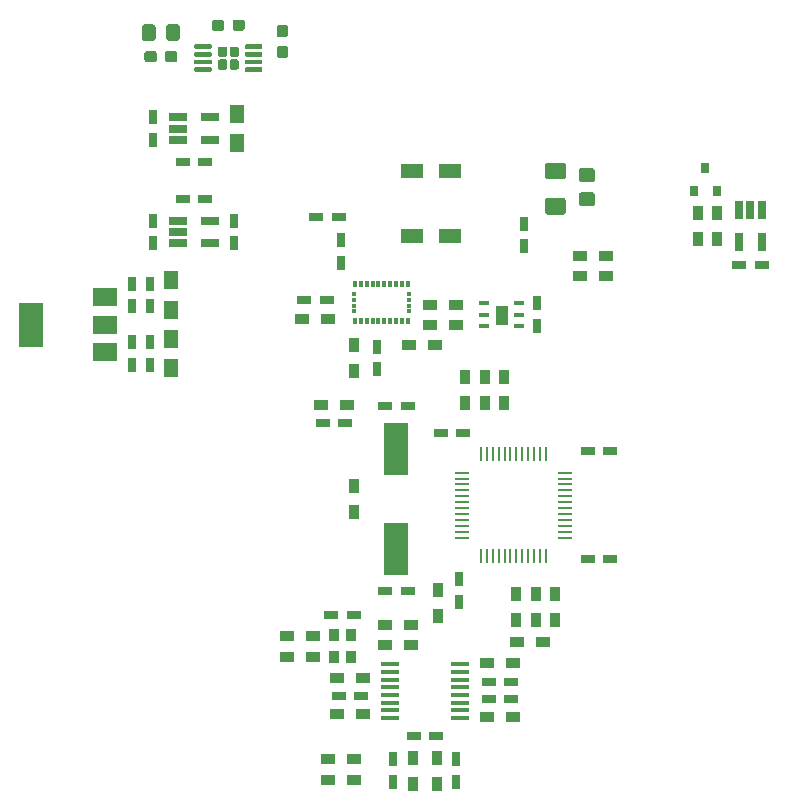
<source format=gbr>
G04 #@! TF.GenerationSoftware,KiCad,Pcbnew,(5.1.5)-3*
G04 #@! TF.CreationDate,2020-03-31T12:47:09-05:00*
G04 #@! TF.ProjectId,digital_pcb,64696769-7461-46c5-9f70-63622e6b6963,rev?*
G04 #@! TF.SameCoordinates,Original*
G04 #@! TF.FileFunction,Paste,Top*
G04 #@! TF.FilePolarity,Positive*
%FSLAX46Y46*%
G04 Gerber Fmt 4.6, Leading zero omitted, Abs format (unit mm)*
G04 Created by KiCad (PCBNEW (5.1.5)-3) date 2020-03-31 12:47:09*
%MOMM*%
%LPD*%
G04 APERTURE LIST*
%ADD10C,0.010000*%
%ADD11R,1.200000X0.750000*%
%ADD12R,0.750000X1.200000*%
%ADD13R,1.250000X1.500000*%
%ADD14R,0.800000X0.900000*%
%ADD15R,0.900000X1.200000*%
%ADD16R,1.200000X0.900000*%
%ADD17R,0.250000X1.300000*%
%ADD18R,1.300000X0.250000*%
%ADD19R,0.300000X0.525000*%
%ADD20R,0.425000X0.300000*%
%ADD21R,0.810000X0.420000*%
%ADD22R,1.500000X0.450000*%
%ADD23R,0.950000X1.050000*%
%ADD24R,0.650000X1.560000*%
%ADD25R,2.000000X1.500000*%
%ADD26R,2.000000X3.800000*%
%ADD27R,1.560000X0.650000*%
%ADD28R,2.000000X4.500000*%
%ADD29R,1.900000X1.300000*%
%ADD30C,0.100000*%
G04 APERTURE END LIST*
D10*
G36*
X164752304Y-80013053D02*
G01*
X165701341Y-80013053D01*
X165701341Y-81531516D01*
X164752304Y-81531516D01*
X164752304Y-80013053D01*
G37*
X164752304Y-80013053D02*
X165701341Y-80013053D01*
X165701341Y-81531516D01*
X164752304Y-81531516D01*
X164752304Y-80013053D01*
D11*
X150122001Y-89954001D03*
X152022001Y-89954001D03*
X155387000Y-88519000D03*
X157287000Y-88519000D03*
X157287000Y-104140000D03*
X155387000Y-104140000D03*
X174432000Y-92329000D03*
X172532000Y-92329000D03*
X172532000Y-101473000D03*
X174432000Y-101473000D03*
X160086000Y-90805000D03*
X161986000Y-90805000D03*
D12*
X161671000Y-105090000D03*
X161671000Y-103190000D03*
D11*
X150429000Y-79502000D03*
X148529000Y-79502000D03*
D12*
X151638000Y-76388000D03*
X151638000Y-74488000D03*
X154686000Y-85405000D03*
X154686000Y-83505000D03*
X167132000Y-74991000D03*
X167132000Y-73091000D03*
D11*
X151445000Y-72517000D03*
X149545000Y-72517000D03*
D12*
X168275000Y-79822000D03*
X168275000Y-81722000D03*
X161417000Y-120330000D03*
X161417000Y-118430000D03*
X156083000Y-120330000D03*
X156083000Y-118430000D03*
D11*
X159700000Y-116459000D03*
X157800000Y-116459000D03*
X164150000Y-111887000D03*
X166050000Y-111887000D03*
X151450000Y-113030000D03*
X153350000Y-113030000D03*
X152715000Y-106172000D03*
X150815000Y-106172000D03*
X164150000Y-113284000D03*
X166050000Y-113284000D03*
X187259000Y-76581000D03*
X185359000Y-76581000D03*
D13*
X137287000Y-85324000D03*
X137287000Y-82824000D03*
D12*
X135509000Y-83124000D03*
X135509000Y-85024000D03*
X133985000Y-85024000D03*
X133985000Y-83124000D03*
D13*
X137287000Y-77871000D03*
X137287000Y-80371000D03*
D12*
X135509000Y-78171000D03*
X135509000Y-80071000D03*
X133985000Y-80071000D03*
X133985000Y-78171000D03*
X135763000Y-72837000D03*
X135763000Y-74737000D03*
X135763000Y-65974000D03*
X135763000Y-64074000D03*
X142621000Y-74737000D03*
X142621000Y-72837000D03*
D11*
X138242000Y-67818000D03*
X140142000Y-67818000D03*
X138242000Y-70993000D03*
X140142000Y-70993000D03*
D13*
X142875000Y-66274000D03*
X142875000Y-63774000D03*
D14*
X182499000Y-68342000D03*
X183449000Y-70342000D03*
X181549000Y-70342000D03*
D15*
X165481000Y-88222000D03*
X165481000Y-86022000D03*
X166497000Y-106637000D03*
X166497000Y-104437000D03*
X163830000Y-86022000D03*
X163830000Y-88222000D03*
X162179000Y-88222000D03*
X162179000Y-86022000D03*
D16*
X152177001Y-88392000D03*
X149977001Y-88392000D03*
D15*
X168148000Y-104437000D03*
X168148000Y-106637000D03*
X169799000Y-106637000D03*
X169799000Y-104437000D03*
X152781000Y-97493000D03*
X152781000Y-95293000D03*
D16*
X161374000Y-81661000D03*
X159174000Y-81661000D03*
X161399999Y-79945999D03*
X159199999Y-79945999D03*
D15*
X152781000Y-85555000D03*
X152781000Y-83355000D03*
D16*
X150579000Y-81153000D03*
X148379000Y-81153000D03*
X157396000Y-83312000D03*
X159596000Y-83312000D03*
D15*
X159766000Y-118280000D03*
X159766000Y-120480000D03*
X157734000Y-120480000D03*
X157734000Y-118280000D03*
D16*
X164000000Y-114808000D03*
X166200000Y-114808000D03*
X151300000Y-114554000D03*
X153500000Y-114554000D03*
X149309000Y-107950000D03*
X147109000Y-107950000D03*
X147109000Y-109728000D03*
X149309000Y-109728000D03*
X151300000Y-111506000D03*
X153500000Y-111506000D03*
D15*
X183515000Y-74379000D03*
X183515000Y-72179000D03*
X181864000Y-74379000D03*
X181864000Y-72179000D03*
D17*
X163493000Y-92551000D03*
X163993000Y-92551000D03*
X164493000Y-92551000D03*
X164993000Y-92551000D03*
X165493000Y-92551000D03*
X165993000Y-92551000D03*
X166493000Y-92551000D03*
X166993000Y-92551000D03*
X167493000Y-92551000D03*
X167993000Y-92551000D03*
X168493000Y-92551000D03*
X168993000Y-92551000D03*
D18*
X170593000Y-94151000D03*
X170593000Y-94651000D03*
X170593000Y-95151000D03*
X170593000Y-95651000D03*
X170593000Y-96151000D03*
X170593000Y-96651000D03*
X170593000Y-97151000D03*
X170593000Y-97651000D03*
X170593000Y-98151000D03*
X170593000Y-98651000D03*
X170593000Y-99151000D03*
X170593000Y-99651000D03*
D17*
X168993000Y-101251000D03*
X168493000Y-101251000D03*
X167993000Y-101251000D03*
X167493000Y-101251000D03*
X166993000Y-101251000D03*
X166493000Y-101251000D03*
X165993000Y-101251000D03*
X165493000Y-101251000D03*
X164993000Y-101251000D03*
X164493000Y-101251000D03*
X163993000Y-101251000D03*
X163493000Y-101251000D03*
D18*
X161893000Y-99651000D03*
X161893000Y-99151000D03*
X161893000Y-98651000D03*
X161893000Y-98151000D03*
X161893000Y-97651000D03*
X161893000Y-97151000D03*
X161893000Y-96651000D03*
X161893000Y-96151000D03*
X161893000Y-95651000D03*
X161893000Y-95151000D03*
X161893000Y-94651000D03*
X161893000Y-94151000D03*
D19*
X153317000Y-78193500D03*
X153817000Y-78193500D03*
X154317000Y-78193500D03*
X154817000Y-78193500D03*
X155317000Y-78193500D03*
X155817000Y-78193500D03*
X156317000Y-78193500D03*
X156817000Y-78193500D03*
X157317000Y-78193500D03*
D20*
X157379500Y-79006000D03*
X157379500Y-79506000D03*
X157379500Y-80006000D03*
X157379500Y-80506000D03*
D19*
X157317000Y-81318500D03*
X156817000Y-81318500D03*
X156317000Y-81318500D03*
X155817000Y-81318500D03*
X155317000Y-81318500D03*
X154817000Y-81318500D03*
X154317000Y-81318500D03*
X153817000Y-81318500D03*
X153317000Y-81318500D03*
X152817000Y-81318500D03*
D20*
X152754500Y-80506000D03*
X152754500Y-80006000D03*
X152754500Y-79506000D03*
X152754500Y-79006000D03*
D19*
X152817000Y-78193500D03*
D21*
X166682000Y-79772000D03*
X166682000Y-80772000D03*
X166682000Y-81772000D03*
X163772000Y-81772000D03*
X163772000Y-80772000D03*
X163772000Y-79772000D03*
D22*
X161700000Y-110374000D03*
X161700000Y-111024000D03*
X161700000Y-111674000D03*
X161700000Y-112324000D03*
X161700000Y-112974000D03*
X161700000Y-113624000D03*
X161700000Y-114274000D03*
X161700000Y-114924000D03*
X155800000Y-114924000D03*
X155800000Y-114274000D03*
X155800000Y-113624000D03*
X155800000Y-112974000D03*
X155800000Y-112324000D03*
X155800000Y-111674000D03*
X155800000Y-111024000D03*
X155800000Y-110374000D03*
D23*
X151040000Y-107914000D03*
X151040000Y-109764000D03*
X152490000Y-109764000D03*
X152490000Y-107914000D03*
D24*
X187259000Y-71929000D03*
X186309000Y-71929000D03*
X185359000Y-71929000D03*
X185359000Y-74629000D03*
X187259000Y-74629000D03*
D25*
X131663000Y-83911000D03*
X131663000Y-79311000D03*
X131663000Y-81611000D03*
D26*
X125363000Y-81611000D03*
D27*
X140542000Y-72837000D03*
X140542000Y-74737000D03*
X137842000Y-74737000D03*
X137842000Y-73787000D03*
X137842000Y-72837000D03*
X140542000Y-64074000D03*
X140542000Y-65974000D03*
X137842000Y-65974000D03*
X137842000Y-65024000D03*
X137842000Y-64074000D03*
D28*
X156337000Y-100643000D03*
X156337000Y-92143000D03*
D16*
X171920999Y-77470000D03*
X174120999Y-77470000D03*
X174120999Y-75773999D03*
X171920999Y-75773999D03*
X150538000Y-118364000D03*
X152738000Y-118364000D03*
X150538000Y-120142000D03*
X152738000Y-120142000D03*
X164000000Y-110236000D03*
X166200000Y-110236000D03*
X166540000Y-108458000D03*
X168740000Y-108458000D03*
X155364000Y-108712000D03*
X157564000Y-108712000D03*
X157564000Y-107061000D03*
X155364000Y-107061000D03*
D15*
X159893000Y-104056000D03*
X159893000Y-106256000D03*
D29*
X160858000Y-74124000D03*
X157658000Y-74124000D03*
X160858000Y-68624000D03*
X157658000Y-68624000D03*
D30*
G36*
X172940505Y-70428204D02*
G01*
X172964773Y-70431804D01*
X172988572Y-70437765D01*
X173011671Y-70446030D01*
X173033850Y-70456520D01*
X173054893Y-70469132D01*
X173074599Y-70483747D01*
X173092777Y-70500223D01*
X173109253Y-70518401D01*
X173123868Y-70538107D01*
X173136480Y-70559150D01*
X173146970Y-70581329D01*
X173155235Y-70604428D01*
X173161196Y-70628227D01*
X173164796Y-70652495D01*
X173166000Y-70676999D01*
X173166000Y-71327001D01*
X173164796Y-71351505D01*
X173161196Y-71375773D01*
X173155235Y-71399572D01*
X173146970Y-71422671D01*
X173136480Y-71444850D01*
X173123868Y-71465893D01*
X173109253Y-71485599D01*
X173092777Y-71503777D01*
X173074599Y-71520253D01*
X173054893Y-71534868D01*
X173033850Y-71547480D01*
X173011671Y-71557970D01*
X172988572Y-71566235D01*
X172964773Y-71572196D01*
X172940505Y-71575796D01*
X172916001Y-71577000D01*
X172015999Y-71577000D01*
X171991495Y-71575796D01*
X171967227Y-71572196D01*
X171943428Y-71566235D01*
X171920329Y-71557970D01*
X171898150Y-71547480D01*
X171877107Y-71534868D01*
X171857401Y-71520253D01*
X171839223Y-71503777D01*
X171822747Y-71485599D01*
X171808132Y-71465893D01*
X171795520Y-71444850D01*
X171785030Y-71422671D01*
X171776765Y-71399572D01*
X171770804Y-71375773D01*
X171767204Y-71351505D01*
X171766000Y-71327001D01*
X171766000Y-70676999D01*
X171767204Y-70652495D01*
X171770804Y-70628227D01*
X171776765Y-70604428D01*
X171785030Y-70581329D01*
X171795520Y-70559150D01*
X171808132Y-70538107D01*
X171822747Y-70518401D01*
X171839223Y-70500223D01*
X171857401Y-70483747D01*
X171877107Y-70469132D01*
X171898150Y-70456520D01*
X171920329Y-70446030D01*
X171943428Y-70437765D01*
X171967227Y-70431804D01*
X171991495Y-70428204D01*
X172015999Y-70427000D01*
X172916001Y-70427000D01*
X172940505Y-70428204D01*
G37*
G36*
X172940505Y-68378204D02*
G01*
X172964773Y-68381804D01*
X172988572Y-68387765D01*
X173011671Y-68396030D01*
X173033850Y-68406520D01*
X173054893Y-68419132D01*
X173074599Y-68433747D01*
X173092777Y-68450223D01*
X173109253Y-68468401D01*
X173123868Y-68488107D01*
X173136480Y-68509150D01*
X173146970Y-68531329D01*
X173155235Y-68554428D01*
X173161196Y-68578227D01*
X173164796Y-68602495D01*
X173166000Y-68626999D01*
X173166000Y-69277001D01*
X173164796Y-69301505D01*
X173161196Y-69325773D01*
X173155235Y-69349572D01*
X173146970Y-69372671D01*
X173136480Y-69394850D01*
X173123868Y-69415893D01*
X173109253Y-69435599D01*
X173092777Y-69453777D01*
X173074599Y-69470253D01*
X173054893Y-69484868D01*
X173033850Y-69497480D01*
X173011671Y-69507970D01*
X172988572Y-69516235D01*
X172964773Y-69522196D01*
X172940505Y-69525796D01*
X172916001Y-69527000D01*
X172015999Y-69527000D01*
X171991495Y-69525796D01*
X171967227Y-69522196D01*
X171943428Y-69516235D01*
X171920329Y-69507970D01*
X171898150Y-69497480D01*
X171877107Y-69484868D01*
X171857401Y-69470253D01*
X171839223Y-69453777D01*
X171822747Y-69435599D01*
X171808132Y-69415893D01*
X171795520Y-69394850D01*
X171785030Y-69372671D01*
X171776765Y-69349572D01*
X171770804Y-69325773D01*
X171767204Y-69301505D01*
X171766000Y-69277001D01*
X171766000Y-68626999D01*
X171767204Y-68602495D01*
X171770804Y-68578227D01*
X171776765Y-68554428D01*
X171785030Y-68531329D01*
X171795520Y-68509150D01*
X171808132Y-68488107D01*
X171822747Y-68468401D01*
X171839223Y-68450223D01*
X171857401Y-68433747D01*
X171877107Y-68419132D01*
X171898150Y-68406520D01*
X171920329Y-68396030D01*
X171943428Y-68387765D01*
X171967227Y-68381804D01*
X171991495Y-68378204D01*
X172015999Y-68377000D01*
X172916001Y-68377000D01*
X172940505Y-68378204D01*
G37*
G36*
X135722505Y-56197204D02*
G01*
X135746773Y-56200804D01*
X135770572Y-56206765D01*
X135793671Y-56215030D01*
X135815850Y-56225520D01*
X135836893Y-56238132D01*
X135856599Y-56252747D01*
X135874777Y-56269223D01*
X135891253Y-56287401D01*
X135905868Y-56307107D01*
X135918480Y-56328150D01*
X135928970Y-56350329D01*
X135937235Y-56373428D01*
X135943196Y-56397227D01*
X135946796Y-56421495D01*
X135948000Y-56445999D01*
X135948000Y-57346001D01*
X135946796Y-57370505D01*
X135943196Y-57394773D01*
X135937235Y-57418572D01*
X135928970Y-57441671D01*
X135918480Y-57463850D01*
X135905868Y-57484893D01*
X135891253Y-57504599D01*
X135874777Y-57522777D01*
X135856599Y-57539253D01*
X135836893Y-57553868D01*
X135815850Y-57566480D01*
X135793671Y-57576970D01*
X135770572Y-57585235D01*
X135746773Y-57591196D01*
X135722505Y-57594796D01*
X135698001Y-57596000D01*
X135047999Y-57596000D01*
X135023495Y-57594796D01*
X134999227Y-57591196D01*
X134975428Y-57585235D01*
X134952329Y-57576970D01*
X134930150Y-57566480D01*
X134909107Y-57553868D01*
X134889401Y-57539253D01*
X134871223Y-57522777D01*
X134854747Y-57504599D01*
X134840132Y-57484893D01*
X134827520Y-57463850D01*
X134817030Y-57441671D01*
X134808765Y-57418572D01*
X134802804Y-57394773D01*
X134799204Y-57370505D01*
X134798000Y-57346001D01*
X134798000Y-56445999D01*
X134799204Y-56421495D01*
X134802804Y-56397227D01*
X134808765Y-56373428D01*
X134817030Y-56350329D01*
X134827520Y-56328150D01*
X134840132Y-56307107D01*
X134854747Y-56287401D01*
X134871223Y-56269223D01*
X134889401Y-56252747D01*
X134909107Y-56238132D01*
X134930150Y-56225520D01*
X134952329Y-56215030D01*
X134975428Y-56206765D01*
X134999227Y-56200804D01*
X135023495Y-56197204D01*
X135047999Y-56196000D01*
X135698001Y-56196000D01*
X135722505Y-56197204D01*
G37*
G36*
X137772505Y-56197204D02*
G01*
X137796773Y-56200804D01*
X137820572Y-56206765D01*
X137843671Y-56215030D01*
X137865850Y-56225520D01*
X137886893Y-56238132D01*
X137906599Y-56252747D01*
X137924777Y-56269223D01*
X137941253Y-56287401D01*
X137955868Y-56307107D01*
X137968480Y-56328150D01*
X137978970Y-56350329D01*
X137987235Y-56373428D01*
X137993196Y-56397227D01*
X137996796Y-56421495D01*
X137998000Y-56445999D01*
X137998000Y-57346001D01*
X137996796Y-57370505D01*
X137993196Y-57394773D01*
X137987235Y-57418572D01*
X137978970Y-57441671D01*
X137968480Y-57463850D01*
X137955868Y-57484893D01*
X137941253Y-57504599D01*
X137924777Y-57522777D01*
X137906599Y-57539253D01*
X137886893Y-57553868D01*
X137865850Y-57566480D01*
X137843671Y-57576970D01*
X137820572Y-57585235D01*
X137796773Y-57591196D01*
X137772505Y-57594796D01*
X137748001Y-57596000D01*
X137097999Y-57596000D01*
X137073495Y-57594796D01*
X137049227Y-57591196D01*
X137025428Y-57585235D01*
X137002329Y-57576970D01*
X136980150Y-57566480D01*
X136959107Y-57553868D01*
X136939401Y-57539253D01*
X136921223Y-57522777D01*
X136904747Y-57504599D01*
X136890132Y-57484893D01*
X136877520Y-57463850D01*
X136867030Y-57441671D01*
X136858765Y-57418572D01*
X136852804Y-57394773D01*
X136849204Y-57370505D01*
X136848000Y-57346001D01*
X136848000Y-56445999D01*
X136849204Y-56421495D01*
X136852804Y-56397227D01*
X136858765Y-56373428D01*
X136867030Y-56350329D01*
X136877520Y-56328150D01*
X136890132Y-56307107D01*
X136904747Y-56287401D01*
X136921223Y-56269223D01*
X136939401Y-56252747D01*
X136959107Y-56238132D01*
X136980150Y-56225520D01*
X137002329Y-56215030D01*
X137025428Y-56206765D01*
X137049227Y-56200804D01*
X137073495Y-56197204D01*
X137097999Y-56196000D01*
X137748001Y-56196000D01*
X137772505Y-56197204D01*
G37*
G36*
X146945779Y-58009144D02*
G01*
X146968834Y-58012563D01*
X146991443Y-58018227D01*
X147013387Y-58026079D01*
X147034457Y-58036044D01*
X147054448Y-58048026D01*
X147073168Y-58061910D01*
X147090438Y-58077562D01*
X147106090Y-58094832D01*
X147119974Y-58113552D01*
X147131956Y-58133543D01*
X147141921Y-58154613D01*
X147149773Y-58176557D01*
X147155437Y-58199166D01*
X147158856Y-58222221D01*
X147160000Y-58245500D01*
X147160000Y-58820500D01*
X147158856Y-58843779D01*
X147155437Y-58866834D01*
X147149773Y-58889443D01*
X147141921Y-58911387D01*
X147131956Y-58932457D01*
X147119974Y-58952448D01*
X147106090Y-58971168D01*
X147090438Y-58988438D01*
X147073168Y-59004090D01*
X147054448Y-59017974D01*
X147034457Y-59029956D01*
X147013387Y-59039921D01*
X146991443Y-59047773D01*
X146968834Y-59053437D01*
X146945779Y-59056856D01*
X146922500Y-59058000D01*
X146447500Y-59058000D01*
X146424221Y-59056856D01*
X146401166Y-59053437D01*
X146378557Y-59047773D01*
X146356613Y-59039921D01*
X146335543Y-59029956D01*
X146315552Y-59017974D01*
X146296832Y-59004090D01*
X146279562Y-58988438D01*
X146263910Y-58971168D01*
X146250026Y-58952448D01*
X146238044Y-58932457D01*
X146228079Y-58911387D01*
X146220227Y-58889443D01*
X146214563Y-58866834D01*
X146211144Y-58843779D01*
X146210000Y-58820500D01*
X146210000Y-58245500D01*
X146211144Y-58222221D01*
X146214563Y-58199166D01*
X146220227Y-58176557D01*
X146228079Y-58154613D01*
X146238044Y-58133543D01*
X146250026Y-58113552D01*
X146263910Y-58094832D01*
X146279562Y-58077562D01*
X146296832Y-58061910D01*
X146315552Y-58048026D01*
X146335543Y-58036044D01*
X146356613Y-58026079D01*
X146378557Y-58018227D01*
X146401166Y-58012563D01*
X146424221Y-58009144D01*
X146447500Y-58008000D01*
X146922500Y-58008000D01*
X146945779Y-58009144D01*
G37*
G36*
X146945779Y-56259144D02*
G01*
X146968834Y-56262563D01*
X146991443Y-56268227D01*
X147013387Y-56276079D01*
X147034457Y-56286044D01*
X147054448Y-56298026D01*
X147073168Y-56311910D01*
X147090438Y-56327562D01*
X147106090Y-56344832D01*
X147119974Y-56363552D01*
X147131956Y-56383543D01*
X147141921Y-56404613D01*
X147149773Y-56426557D01*
X147155437Y-56449166D01*
X147158856Y-56472221D01*
X147160000Y-56495500D01*
X147160000Y-57070500D01*
X147158856Y-57093779D01*
X147155437Y-57116834D01*
X147149773Y-57139443D01*
X147141921Y-57161387D01*
X147131956Y-57182457D01*
X147119974Y-57202448D01*
X147106090Y-57221168D01*
X147090438Y-57238438D01*
X147073168Y-57254090D01*
X147054448Y-57267974D01*
X147034457Y-57279956D01*
X147013387Y-57289921D01*
X146991443Y-57297773D01*
X146968834Y-57303437D01*
X146945779Y-57306856D01*
X146922500Y-57308000D01*
X146447500Y-57308000D01*
X146424221Y-57306856D01*
X146401166Y-57303437D01*
X146378557Y-57297773D01*
X146356613Y-57289921D01*
X146335543Y-57279956D01*
X146315552Y-57267974D01*
X146296832Y-57254090D01*
X146279562Y-57238438D01*
X146263910Y-57221168D01*
X146250026Y-57202448D01*
X146238044Y-57182457D01*
X146228079Y-57161387D01*
X146220227Y-57139443D01*
X146214563Y-57116834D01*
X146211144Y-57093779D01*
X146210000Y-57070500D01*
X146210000Y-56495500D01*
X146211144Y-56472221D01*
X146214563Y-56449166D01*
X146220227Y-56426557D01*
X146228079Y-56404613D01*
X146238044Y-56383543D01*
X146250026Y-56363552D01*
X146263910Y-56344832D01*
X146279562Y-56327562D01*
X146296832Y-56311910D01*
X146315552Y-56298026D01*
X146335543Y-56286044D01*
X146356613Y-56276079D01*
X146378557Y-56268227D01*
X146401166Y-56262563D01*
X146424221Y-56259144D01*
X146447500Y-56258000D01*
X146922500Y-56258000D01*
X146945779Y-56259144D01*
G37*
G36*
X143298779Y-55787144D02*
G01*
X143321834Y-55790563D01*
X143344443Y-55796227D01*
X143366387Y-55804079D01*
X143387457Y-55814044D01*
X143407448Y-55826026D01*
X143426168Y-55839910D01*
X143443438Y-55855562D01*
X143459090Y-55872832D01*
X143472974Y-55891552D01*
X143484956Y-55911543D01*
X143494921Y-55932613D01*
X143502773Y-55954557D01*
X143508437Y-55977166D01*
X143511856Y-56000221D01*
X143513000Y-56023500D01*
X143513000Y-56498500D01*
X143511856Y-56521779D01*
X143508437Y-56544834D01*
X143502773Y-56567443D01*
X143494921Y-56589387D01*
X143484956Y-56610457D01*
X143472974Y-56630448D01*
X143459090Y-56649168D01*
X143443438Y-56666438D01*
X143426168Y-56682090D01*
X143407448Y-56695974D01*
X143387457Y-56707956D01*
X143366387Y-56717921D01*
X143344443Y-56725773D01*
X143321834Y-56731437D01*
X143298779Y-56734856D01*
X143275500Y-56736000D01*
X142700500Y-56736000D01*
X142677221Y-56734856D01*
X142654166Y-56731437D01*
X142631557Y-56725773D01*
X142609613Y-56717921D01*
X142588543Y-56707956D01*
X142568552Y-56695974D01*
X142549832Y-56682090D01*
X142532562Y-56666438D01*
X142516910Y-56649168D01*
X142503026Y-56630448D01*
X142491044Y-56610457D01*
X142481079Y-56589387D01*
X142473227Y-56567443D01*
X142467563Y-56544834D01*
X142464144Y-56521779D01*
X142463000Y-56498500D01*
X142463000Y-56023500D01*
X142464144Y-56000221D01*
X142467563Y-55977166D01*
X142473227Y-55954557D01*
X142481079Y-55932613D01*
X142491044Y-55911543D01*
X142503026Y-55891552D01*
X142516910Y-55872832D01*
X142532562Y-55855562D01*
X142549832Y-55839910D01*
X142568552Y-55826026D01*
X142588543Y-55814044D01*
X142609613Y-55804079D01*
X142631557Y-55796227D01*
X142654166Y-55790563D01*
X142677221Y-55787144D01*
X142700500Y-55786000D01*
X143275500Y-55786000D01*
X143298779Y-55787144D01*
G37*
G36*
X141548779Y-55787144D02*
G01*
X141571834Y-55790563D01*
X141594443Y-55796227D01*
X141616387Y-55804079D01*
X141637457Y-55814044D01*
X141657448Y-55826026D01*
X141676168Y-55839910D01*
X141693438Y-55855562D01*
X141709090Y-55872832D01*
X141722974Y-55891552D01*
X141734956Y-55911543D01*
X141744921Y-55932613D01*
X141752773Y-55954557D01*
X141758437Y-55977166D01*
X141761856Y-56000221D01*
X141763000Y-56023500D01*
X141763000Y-56498500D01*
X141761856Y-56521779D01*
X141758437Y-56544834D01*
X141752773Y-56567443D01*
X141744921Y-56589387D01*
X141734956Y-56610457D01*
X141722974Y-56630448D01*
X141709090Y-56649168D01*
X141693438Y-56666438D01*
X141676168Y-56682090D01*
X141657448Y-56695974D01*
X141637457Y-56707956D01*
X141616387Y-56717921D01*
X141594443Y-56725773D01*
X141571834Y-56731437D01*
X141548779Y-56734856D01*
X141525500Y-56736000D01*
X140950500Y-56736000D01*
X140927221Y-56734856D01*
X140904166Y-56731437D01*
X140881557Y-56725773D01*
X140859613Y-56717921D01*
X140838543Y-56707956D01*
X140818552Y-56695974D01*
X140799832Y-56682090D01*
X140782562Y-56666438D01*
X140766910Y-56649168D01*
X140753026Y-56630448D01*
X140741044Y-56610457D01*
X140731079Y-56589387D01*
X140723227Y-56567443D01*
X140717563Y-56544834D01*
X140714144Y-56521779D01*
X140713000Y-56498500D01*
X140713000Y-56023500D01*
X140714144Y-56000221D01*
X140717563Y-55977166D01*
X140723227Y-55954557D01*
X140731079Y-55932613D01*
X140741044Y-55911543D01*
X140753026Y-55891552D01*
X140766910Y-55872832D01*
X140782562Y-55855562D01*
X140799832Y-55839910D01*
X140818552Y-55826026D01*
X140838543Y-55814044D01*
X140859613Y-55804079D01*
X140881557Y-55796227D01*
X140904166Y-55790563D01*
X140927221Y-55787144D01*
X140950500Y-55786000D01*
X141525500Y-55786000D01*
X141548779Y-55787144D01*
G37*
G36*
X137583779Y-58454144D02*
G01*
X137606834Y-58457563D01*
X137629443Y-58463227D01*
X137651387Y-58471079D01*
X137672457Y-58481044D01*
X137692448Y-58493026D01*
X137711168Y-58506910D01*
X137728438Y-58522562D01*
X137744090Y-58539832D01*
X137757974Y-58558552D01*
X137769956Y-58578543D01*
X137779921Y-58599613D01*
X137787773Y-58621557D01*
X137793437Y-58644166D01*
X137796856Y-58667221D01*
X137798000Y-58690500D01*
X137798000Y-59165500D01*
X137796856Y-59188779D01*
X137793437Y-59211834D01*
X137787773Y-59234443D01*
X137779921Y-59256387D01*
X137769956Y-59277457D01*
X137757974Y-59297448D01*
X137744090Y-59316168D01*
X137728438Y-59333438D01*
X137711168Y-59349090D01*
X137692448Y-59362974D01*
X137672457Y-59374956D01*
X137651387Y-59384921D01*
X137629443Y-59392773D01*
X137606834Y-59398437D01*
X137583779Y-59401856D01*
X137560500Y-59403000D01*
X136985500Y-59403000D01*
X136962221Y-59401856D01*
X136939166Y-59398437D01*
X136916557Y-59392773D01*
X136894613Y-59384921D01*
X136873543Y-59374956D01*
X136853552Y-59362974D01*
X136834832Y-59349090D01*
X136817562Y-59333438D01*
X136801910Y-59316168D01*
X136788026Y-59297448D01*
X136776044Y-59277457D01*
X136766079Y-59256387D01*
X136758227Y-59234443D01*
X136752563Y-59211834D01*
X136749144Y-59188779D01*
X136748000Y-59165500D01*
X136748000Y-58690500D01*
X136749144Y-58667221D01*
X136752563Y-58644166D01*
X136758227Y-58621557D01*
X136766079Y-58599613D01*
X136776044Y-58578543D01*
X136788026Y-58558552D01*
X136801910Y-58539832D01*
X136817562Y-58522562D01*
X136834832Y-58506910D01*
X136853552Y-58493026D01*
X136873543Y-58481044D01*
X136894613Y-58471079D01*
X136916557Y-58463227D01*
X136939166Y-58457563D01*
X136962221Y-58454144D01*
X136985500Y-58453000D01*
X137560500Y-58453000D01*
X137583779Y-58454144D01*
G37*
G36*
X135833779Y-58454144D02*
G01*
X135856834Y-58457563D01*
X135879443Y-58463227D01*
X135901387Y-58471079D01*
X135922457Y-58481044D01*
X135942448Y-58493026D01*
X135961168Y-58506910D01*
X135978438Y-58522562D01*
X135994090Y-58539832D01*
X136007974Y-58558552D01*
X136019956Y-58578543D01*
X136029921Y-58599613D01*
X136037773Y-58621557D01*
X136043437Y-58644166D01*
X136046856Y-58667221D01*
X136048000Y-58690500D01*
X136048000Y-59165500D01*
X136046856Y-59188779D01*
X136043437Y-59211834D01*
X136037773Y-59234443D01*
X136029921Y-59256387D01*
X136019956Y-59277457D01*
X136007974Y-59297448D01*
X135994090Y-59316168D01*
X135978438Y-59333438D01*
X135961168Y-59349090D01*
X135942448Y-59362974D01*
X135922457Y-59374956D01*
X135901387Y-59384921D01*
X135879443Y-59392773D01*
X135856834Y-59398437D01*
X135833779Y-59401856D01*
X135810500Y-59403000D01*
X135235500Y-59403000D01*
X135212221Y-59401856D01*
X135189166Y-59398437D01*
X135166557Y-59392773D01*
X135144613Y-59384921D01*
X135123543Y-59374956D01*
X135103552Y-59362974D01*
X135084832Y-59349090D01*
X135067562Y-59333438D01*
X135051910Y-59316168D01*
X135038026Y-59297448D01*
X135026044Y-59277457D01*
X135016079Y-59256387D01*
X135008227Y-59234443D01*
X135002563Y-59211834D01*
X134999144Y-59188779D01*
X134998000Y-59165500D01*
X134998000Y-58690500D01*
X134999144Y-58667221D01*
X135002563Y-58644166D01*
X135008227Y-58621557D01*
X135016079Y-58599613D01*
X135026044Y-58578543D01*
X135038026Y-58558552D01*
X135051910Y-58539832D01*
X135067562Y-58522562D01*
X135084832Y-58506910D01*
X135103552Y-58493026D01*
X135123543Y-58481044D01*
X135144613Y-58471079D01*
X135166557Y-58463227D01*
X135189166Y-58457563D01*
X135212221Y-58454144D01*
X135235500Y-58453000D01*
X135810500Y-58453000D01*
X135833779Y-58454144D01*
G37*
G36*
X141839858Y-58080951D02*
G01*
X141859030Y-58083795D01*
X141877831Y-58088504D01*
X141896080Y-58095034D01*
X141913601Y-58103321D01*
X141930225Y-58113285D01*
X141945793Y-58124830D01*
X141960154Y-58137846D01*
X141973170Y-58152207D01*
X141984715Y-58167775D01*
X141994679Y-58184399D01*
X142002966Y-58201920D01*
X142009496Y-58220169D01*
X142014205Y-58238970D01*
X142017049Y-58258142D01*
X142018000Y-58277500D01*
X142018000Y-58752500D01*
X142017049Y-58771858D01*
X142014205Y-58791030D01*
X142009496Y-58809831D01*
X142002966Y-58828080D01*
X141994679Y-58845601D01*
X141984715Y-58862225D01*
X141973170Y-58877793D01*
X141960154Y-58892154D01*
X141945793Y-58905170D01*
X141930225Y-58916715D01*
X141913601Y-58926679D01*
X141896080Y-58934966D01*
X141877831Y-58941496D01*
X141859030Y-58946205D01*
X141839858Y-58949049D01*
X141820500Y-58950000D01*
X141425500Y-58950000D01*
X141406142Y-58949049D01*
X141386970Y-58946205D01*
X141368169Y-58941496D01*
X141349920Y-58934966D01*
X141332399Y-58926679D01*
X141315775Y-58916715D01*
X141300207Y-58905170D01*
X141285846Y-58892154D01*
X141272830Y-58877793D01*
X141261285Y-58862225D01*
X141251321Y-58845601D01*
X141243034Y-58828080D01*
X141236504Y-58809831D01*
X141231795Y-58791030D01*
X141228951Y-58771858D01*
X141228000Y-58752500D01*
X141228000Y-58277500D01*
X141228951Y-58258142D01*
X141231795Y-58238970D01*
X141236504Y-58220169D01*
X141243034Y-58201920D01*
X141251321Y-58184399D01*
X141261285Y-58167775D01*
X141272830Y-58152207D01*
X141285846Y-58137846D01*
X141300207Y-58124830D01*
X141315775Y-58113285D01*
X141332399Y-58103321D01*
X141349920Y-58095034D01*
X141368169Y-58088504D01*
X141386970Y-58083795D01*
X141406142Y-58080951D01*
X141425500Y-58080000D01*
X141820500Y-58080000D01*
X141839858Y-58080951D01*
G37*
G36*
X141839858Y-59160951D02*
G01*
X141859030Y-59163795D01*
X141877831Y-59168504D01*
X141896080Y-59175034D01*
X141913601Y-59183321D01*
X141930225Y-59193285D01*
X141945793Y-59204830D01*
X141960154Y-59217846D01*
X141973170Y-59232207D01*
X141984715Y-59247775D01*
X141994679Y-59264399D01*
X142002966Y-59281920D01*
X142009496Y-59300169D01*
X142014205Y-59318970D01*
X142017049Y-59338142D01*
X142018000Y-59357500D01*
X142018000Y-59832500D01*
X142017049Y-59851858D01*
X142014205Y-59871030D01*
X142009496Y-59889831D01*
X142002966Y-59908080D01*
X141994679Y-59925601D01*
X141984715Y-59942225D01*
X141973170Y-59957793D01*
X141960154Y-59972154D01*
X141945793Y-59985170D01*
X141930225Y-59996715D01*
X141913601Y-60006679D01*
X141896080Y-60014966D01*
X141877831Y-60021496D01*
X141859030Y-60026205D01*
X141839858Y-60029049D01*
X141820500Y-60030000D01*
X141425500Y-60030000D01*
X141406142Y-60029049D01*
X141386970Y-60026205D01*
X141368169Y-60021496D01*
X141349920Y-60014966D01*
X141332399Y-60006679D01*
X141315775Y-59996715D01*
X141300207Y-59985170D01*
X141285846Y-59972154D01*
X141272830Y-59957793D01*
X141261285Y-59942225D01*
X141251321Y-59925601D01*
X141243034Y-59908080D01*
X141236504Y-59889831D01*
X141231795Y-59871030D01*
X141228951Y-59851858D01*
X141228000Y-59832500D01*
X141228000Y-59357500D01*
X141228951Y-59338142D01*
X141231795Y-59318970D01*
X141236504Y-59300169D01*
X141243034Y-59281920D01*
X141251321Y-59264399D01*
X141261285Y-59247775D01*
X141272830Y-59232207D01*
X141285846Y-59217846D01*
X141300207Y-59204830D01*
X141315775Y-59193285D01*
X141332399Y-59183321D01*
X141349920Y-59175034D01*
X141368169Y-59168504D01*
X141386970Y-59163795D01*
X141406142Y-59160951D01*
X141425500Y-59160000D01*
X141820500Y-59160000D01*
X141839858Y-59160951D01*
G37*
G36*
X142819858Y-58080951D02*
G01*
X142839030Y-58083795D01*
X142857831Y-58088504D01*
X142876080Y-58095034D01*
X142893601Y-58103321D01*
X142910225Y-58113285D01*
X142925793Y-58124830D01*
X142940154Y-58137846D01*
X142953170Y-58152207D01*
X142964715Y-58167775D01*
X142974679Y-58184399D01*
X142982966Y-58201920D01*
X142989496Y-58220169D01*
X142994205Y-58238970D01*
X142997049Y-58258142D01*
X142998000Y-58277500D01*
X142998000Y-58752500D01*
X142997049Y-58771858D01*
X142994205Y-58791030D01*
X142989496Y-58809831D01*
X142982966Y-58828080D01*
X142974679Y-58845601D01*
X142964715Y-58862225D01*
X142953170Y-58877793D01*
X142940154Y-58892154D01*
X142925793Y-58905170D01*
X142910225Y-58916715D01*
X142893601Y-58926679D01*
X142876080Y-58934966D01*
X142857831Y-58941496D01*
X142839030Y-58946205D01*
X142819858Y-58949049D01*
X142800500Y-58950000D01*
X142405500Y-58950000D01*
X142386142Y-58949049D01*
X142366970Y-58946205D01*
X142348169Y-58941496D01*
X142329920Y-58934966D01*
X142312399Y-58926679D01*
X142295775Y-58916715D01*
X142280207Y-58905170D01*
X142265846Y-58892154D01*
X142252830Y-58877793D01*
X142241285Y-58862225D01*
X142231321Y-58845601D01*
X142223034Y-58828080D01*
X142216504Y-58809831D01*
X142211795Y-58791030D01*
X142208951Y-58771858D01*
X142208000Y-58752500D01*
X142208000Y-58277500D01*
X142208951Y-58258142D01*
X142211795Y-58238970D01*
X142216504Y-58220169D01*
X142223034Y-58201920D01*
X142231321Y-58184399D01*
X142241285Y-58167775D01*
X142252830Y-58152207D01*
X142265846Y-58137846D01*
X142280207Y-58124830D01*
X142295775Y-58113285D01*
X142312399Y-58103321D01*
X142329920Y-58095034D01*
X142348169Y-58088504D01*
X142366970Y-58083795D01*
X142386142Y-58080951D01*
X142405500Y-58080000D01*
X142800500Y-58080000D01*
X142819858Y-58080951D01*
G37*
G36*
X142819858Y-59160951D02*
G01*
X142839030Y-59163795D01*
X142857831Y-59168504D01*
X142876080Y-59175034D01*
X142893601Y-59183321D01*
X142910225Y-59193285D01*
X142925793Y-59204830D01*
X142940154Y-59217846D01*
X142953170Y-59232207D01*
X142964715Y-59247775D01*
X142974679Y-59264399D01*
X142982966Y-59281920D01*
X142989496Y-59300169D01*
X142994205Y-59318970D01*
X142997049Y-59338142D01*
X142998000Y-59357500D01*
X142998000Y-59832500D01*
X142997049Y-59851858D01*
X142994205Y-59871030D01*
X142989496Y-59889831D01*
X142982966Y-59908080D01*
X142974679Y-59925601D01*
X142964715Y-59942225D01*
X142953170Y-59957793D01*
X142940154Y-59972154D01*
X142925793Y-59985170D01*
X142910225Y-59996715D01*
X142893601Y-60006679D01*
X142876080Y-60014966D01*
X142857831Y-60021496D01*
X142839030Y-60026205D01*
X142819858Y-60029049D01*
X142800500Y-60030000D01*
X142405500Y-60030000D01*
X142386142Y-60029049D01*
X142366970Y-60026205D01*
X142348169Y-60021496D01*
X142329920Y-60014966D01*
X142312399Y-60006679D01*
X142295775Y-59996715D01*
X142280207Y-59985170D01*
X142265846Y-59972154D01*
X142252830Y-59957793D01*
X142241285Y-59942225D01*
X142231321Y-59925601D01*
X142223034Y-59908080D01*
X142216504Y-59889831D01*
X142211795Y-59871030D01*
X142208951Y-59851858D01*
X142208000Y-59832500D01*
X142208000Y-59357500D01*
X142208951Y-59338142D01*
X142211795Y-59318970D01*
X142216504Y-59300169D01*
X142223034Y-59281920D01*
X142231321Y-59264399D01*
X142241285Y-59247775D01*
X142252830Y-59232207D01*
X142265846Y-59217846D01*
X142280207Y-59204830D01*
X142295775Y-59193285D01*
X142312399Y-59183321D01*
X142329920Y-59175034D01*
X142348169Y-59168504D01*
X142366970Y-59163795D01*
X142386142Y-59160951D01*
X142405500Y-59160000D01*
X142800500Y-59160000D01*
X142819858Y-59160951D01*
G37*
G36*
X140597802Y-57880482D02*
G01*
X140607509Y-57881921D01*
X140617028Y-57884306D01*
X140626268Y-57887612D01*
X140635140Y-57891808D01*
X140643557Y-57896853D01*
X140651439Y-57902699D01*
X140658711Y-57909289D01*
X140665301Y-57916561D01*
X140671147Y-57924443D01*
X140676192Y-57932860D01*
X140680388Y-57941732D01*
X140683694Y-57950972D01*
X140686079Y-57960491D01*
X140687518Y-57970198D01*
X140688000Y-57980000D01*
X140688000Y-58180000D01*
X140687518Y-58189802D01*
X140686079Y-58199509D01*
X140683694Y-58209028D01*
X140680388Y-58218268D01*
X140676192Y-58227140D01*
X140671147Y-58235557D01*
X140665301Y-58243439D01*
X140658711Y-58250711D01*
X140651439Y-58257301D01*
X140643557Y-58263147D01*
X140635140Y-58268192D01*
X140626268Y-58272388D01*
X140617028Y-58275694D01*
X140607509Y-58278079D01*
X140597802Y-58279518D01*
X140588000Y-58280000D01*
X139338000Y-58280000D01*
X139328198Y-58279518D01*
X139318491Y-58278079D01*
X139308972Y-58275694D01*
X139299732Y-58272388D01*
X139290860Y-58268192D01*
X139282443Y-58263147D01*
X139274561Y-58257301D01*
X139267289Y-58250711D01*
X139260699Y-58243439D01*
X139254853Y-58235557D01*
X139249808Y-58227140D01*
X139245612Y-58218268D01*
X139242306Y-58209028D01*
X139239921Y-58199509D01*
X139238482Y-58189802D01*
X139238000Y-58180000D01*
X139238000Y-57980000D01*
X139238482Y-57970198D01*
X139239921Y-57960491D01*
X139242306Y-57950972D01*
X139245612Y-57941732D01*
X139249808Y-57932860D01*
X139254853Y-57924443D01*
X139260699Y-57916561D01*
X139267289Y-57909289D01*
X139274561Y-57902699D01*
X139282443Y-57896853D01*
X139290860Y-57891808D01*
X139299732Y-57887612D01*
X139308972Y-57884306D01*
X139318491Y-57881921D01*
X139328198Y-57880482D01*
X139338000Y-57880000D01*
X140588000Y-57880000D01*
X140597802Y-57880482D01*
G37*
G36*
X140597802Y-58530482D02*
G01*
X140607509Y-58531921D01*
X140617028Y-58534306D01*
X140626268Y-58537612D01*
X140635140Y-58541808D01*
X140643557Y-58546853D01*
X140651439Y-58552699D01*
X140658711Y-58559289D01*
X140665301Y-58566561D01*
X140671147Y-58574443D01*
X140676192Y-58582860D01*
X140680388Y-58591732D01*
X140683694Y-58600972D01*
X140686079Y-58610491D01*
X140687518Y-58620198D01*
X140688000Y-58630000D01*
X140688000Y-58830000D01*
X140687518Y-58839802D01*
X140686079Y-58849509D01*
X140683694Y-58859028D01*
X140680388Y-58868268D01*
X140676192Y-58877140D01*
X140671147Y-58885557D01*
X140665301Y-58893439D01*
X140658711Y-58900711D01*
X140651439Y-58907301D01*
X140643557Y-58913147D01*
X140635140Y-58918192D01*
X140626268Y-58922388D01*
X140617028Y-58925694D01*
X140607509Y-58928079D01*
X140597802Y-58929518D01*
X140588000Y-58930000D01*
X139338000Y-58930000D01*
X139328198Y-58929518D01*
X139318491Y-58928079D01*
X139308972Y-58925694D01*
X139299732Y-58922388D01*
X139290860Y-58918192D01*
X139282443Y-58913147D01*
X139274561Y-58907301D01*
X139267289Y-58900711D01*
X139260699Y-58893439D01*
X139254853Y-58885557D01*
X139249808Y-58877140D01*
X139245612Y-58868268D01*
X139242306Y-58859028D01*
X139239921Y-58849509D01*
X139238482Y-58839802D01*
X139238000Y-58830000D01*
X139238000Y-58630000D01*
X139238482Y-58620198D01*
X139239921Y-58610491D01*
X139242306Y-58600972D01*
X139245612Y-58591732D01*
X139249808Y-58582860D01*
X139254853Y-58574443D01*
X139260699Y-58566561D01*
X139267289Y-58559289D01*
X139274561Y-58552699D01*
X139282443Y-58546853D01*
X139290860Y-58541808D01*
X139299732Y-58537612D01*
X139308972Y-58534306D01*
X139318491Y-58531921D01*
X139328198Y-58530482D01*
X139338000Y-58530000D01*
X140588000Y-58530000D01*
X140597802Y-58530482D01*
G37*
G36*
X140597802Y-59180482D02*
G01*
X140607509Y-59181921D01*
X140617028Y-59184306D01*
X140626268Y-59187612D01*
X140635140Y-59191808D01*
X140643557Y-59196853D01*
X140651439Y-59202699D01*
X140658711Y-59209289D01*
X140665301Y-59216561D01*
X140671147Y-59224443D01*
X140676192Y-59232860D01*
X140680388Y-59241732D01*
X140683694Y-59250972D01*
X140686079Y-59260491D01*
X140687518Y-59270198D01*
X140688000Y-59280000D01*
X140688000Y-59480000D01*
X140687518Y-59489802D01*
X140686079Y-59499509D01*
X140683694Y-59509028D01*
X140680388Y-59518268D01*
X140676192Y-59527140D01*
X140671147Y-59535557D01*
X140665301Y-59543439D01*
X140658711Y-59550711D01*
X140651439Y-59557301D01*
X140643557Y-59563147D01*
X140635140Y-59568192D01*
X140626268Y-59572388D01*
X140617028Y-59575694D01*
X140607509Y-59578079D01*
X140597802Y-59579518D01*
X140588000Y-59580000D01*
X139338000Y-59580000D01*
X139328198Y-59579518D01*
X139318491Y-59578079D01*
X139308972Y-59575694D01*
X139299732Y-59572388D01*
X139290860Y-59568192D01*
X139282443Y-59563147D01*
X139274561Y-59557301D01*
X139267289Y-59550711D01*
X139260699Y-59543439D01*
X139254853Y-59535557D01*
X139249808Y-59527140D01*
X139245612Y-59518268D01*
X139242306Y-59509028D01*
X139239921Y-59499509D01*
X139238482Y-59489802D01*
X139238000Y-59480000D01*
X139238000Y-59280000D01*
X139238482Y-59270198D01*
X139239921Y-59260491D01*
X139242306Y-59250972D01*
X139245612Y-59241732D01*
X139249808Y-59232860D01*
X139254853Y-59224443D01*
X139260699Y-59216561D01*
X139267289Y-59209289D01*
X139274561Y-59202699D01*
X139282443Y-59196853D01*
X139290860Y-59191808D01*
X139299732Y-59187612D01*
X139308972Y-59184306D01*
X139318491Y-59181921D01*
X139328198Y-59180482D01*
X139338000Y-59180000D01*
X140588000Y-59180000D01*
X140597802Y-59180482D01*
G37*
G36*
X140597802Y-59830482D02*
G01*
X140607509Y-59831921D01*
X140617028Y-59834306D01*
X140626268Y-59837612D01*
X140635140Y-59841808D01*
X140643557Y-59846853D01*
X140651439Y-59852699D01*
X140658711Y-59859289D01*
X140665301Y-59866561D01*
X140671147Y-59874443D01*
X140676192Y-59882860D01*
X140680388Y-59891732D01*
X140683694Y-59900972D01*
X140686079Y-59910491D01*
X140687518Y-59920198D01*
X140688000Y-59930000D01*
X140688000Y-60130000D01*
X140687518Y-60139802D01*
X140686079Y-60149509D01*
X140683694Y-60159028D01*
X140680388Y-60168268D01*
X140676192Y-60177140D01*
X140671147Y-60185557D01*
X140665301Y-60193439D01*
X140658711Y-60200711D01*
X140651439Y-60207301D01*
X140643557Y-60213147D01*
X140635140Y-60218192D01*
X140626268Y-60222388D01*
X140617028Y-60225694D01*
X140607509Y-60228079D01*
X140597802Y-60229518D01*
X140588000Y-60230000D01*
X139338000Y-60230000D01*
X139328198Y-60229518D01*
X139318491Y-60228079D01*
X139308972Y-60225694D01*
X139299732Y-60222388D01*
X139290860Y-60218192D01*
X139282443Y-60213147D01*
X139274561Y-60207301D01*
X139267289Y-60200711D01*
X139260699Y-60193439D01*
X139254853Y-60185557D01*
X139249808Y-60177140D01*
X139245612Y-60168268D01*
X139242306Y-60159028D01*
X139239921Y-60149509D01*
X139238482Y-60139802D01*
X139238000Y-60130000D01*
X139238000Y-59930000D01*
X139238482Y-59920198D01*
X139239921Y-59910491D01*
X139242306Y-59900972D01*
X139245612Y-59891732D01*
X139249808Y-59882860D01*
X139254853Y-59874443D01*
X139260699Y-59866561D01*
X139267289Y-59859289D01*
X139274561Y-59852699D01*
X139282443Y-59846853D01*
X139290860Y-59841808D01*
X139299732Y-59837612D01*
X139308972Y-59834306D01*
X139318491Y-59831921D01*
X139328198Y-59830482D01*
X139338000Y-59830000D01*
X140588000Y-59830000D01*
X140597802Y-59830482D01*
G37*
G36*
X144897802Y-59830482D02*
G01*
X144907509Y-59831921D01*
X144917028Y-59834306D01*
X144926268Y-59837612D01*
X144935140Y-59841808D01*
X144943557Y-59846853D01*
X144951439Y-59852699D01*
X144958711Y-59859289D01*
X144965301Y-59866561D01*
X144971147Y-59874443D01*
X144976192Y-59882860D01*
X144980388Y-59891732D01*
X144983694Y-59900972D01*
X144986079Y-59910491D01*
X144987518Y-59920198D01*
X144988000Y-59930000D01*
X144988000Y-60130000D01*
X144987518Y-60139802D01*
X144986079Y-60149509D01*
X144983694Y-60159028D01*
X144980388Y-60168268D01*
X144976192Y-60177140D01*
X144971147Y-60185557D01*
X144965301Y-60193439D01*
X144958711Y-60200711D01*
X144951439Y-60207301D01*
X144943557Y-60213147D01*
X144935140Y-60218192D01*
X144926268Y-60222388D01*
X144917028Y-60225694D01*
X144907509Y-60228079D01*
X144897802Y-60229518D01*
X144888000Y-60230000D01*
X143638000Y-60230000D01*
X143628198Y-60229518D01*
X143618491Y-60228079D01*
X143608972Y-60225694D01*
X143599732Y-60222388D01*
X143590860Y-60218192D01*
X143582443Y-60213147D01*
X143574561Y-60207301D01*
X143567289Y-60200711D01*
X143560699Y-60193439D01*
X143554853Y-60185557D01*
X143549808Y-60177140D01*
X143545612Y-60168268D01*
X143542306Y-60159028D01*
X143539921Y-60149509D01*
X143538482Y-60139802D01*
X143538000Y-60130000D01*
X143538000Y-59930000D01*
X143538482Y-59920198D01*
X143539921Y-59910491D01*
X143542306Y-59900972D01*
X143545612Y-59891732D01*
X143549808Y-59882860D01*
X143554853Y-59874443D01*
X143560699Y-59866561D01*
X143567289Y-59859289D01*
X143574561Y-59852699D01*
X143582443Y-59846853D01*
X143590860Y-59841808D01*
X143599732Y-59837612D01*
X143608972Y-59834306D01*
X143618491Y-59831921D01*
X143628198Y-59830482D01*
X143638000Y-59830000D01*
X144888000Y-59830000D01*
X144897802Y-59830482D01*
G37*
G36*
X144897802Y-59180482D02*
G01*
X144907509Y-59181921D01*
X144917028Y-59184306D01*
X144926268Y-59187612D01*
X144935140Y-59191808D01*
X144943557Y-59196853D01*
X144951439Y-59202699D01*
X144958711Y-59209289D01*
X144965301Y-59216561D01*
X144971147Y-59224443D01*
X144976192Y-59232860D01*
X144980388Y-59241732D01*
X144983694Y-59250972D01*
X144986079Y-59260491D01*
X144987518Y-59270198D01*
X144988000Y-59280000D01*
X144988000Y-59480000D01*
X144987518Y-59489802D01*
X144986079Y-59499509D01*
X144983694Y-59509028D01*
X144980388Y-59518268D01*
X144976192Y-59527140D01*
X144971147Y-59535557D01*
X144965301Y-59543439D01*
X144958711Y-59550711D01*
X144951439Y-59557301D01*
X144943557Y-59563147D01*
X144935140Y-59568192D01*
X144926268Y-59572388D01*
X144917028Y-59575694D01*
X144907509Y-59578079D01*
X144897802Y-59579518D01*
X144888000Y-59580000D01*
X143638000Y-59580000D01*
X143628198Y-59579518D01*
X143618491Y-59578079D01*
X143608972Y-59575694D01*
X143599732Y-59572388D01*
X143590860Y-59568192D01*
X143582443Y-59563147D01*
X143574561Y-59557301D01*
X143567289Y-59550711D01*
X143560699Y-59543439D01*
X143554853Y-59535557D01*
X143549808Y-59527140D01*
X143545612Y-59518268D01*
X143542306Y-59509028D01*
X143539921Y-59499509D01*
X143538482Y-59489802D01*
X143538000Y-59480000D01*
X143538000Y-59280000D01*
X143538482Y-59270198D01*
X143539921Y-59260491D01*
X143542306Y-59250972D01*
X143545612Y-59241732D01*
X143549808Y-59232860D01*
X143554853Y-59224443D01*
X143560699Y-59216561D01*
X143567289Y-59209289D01*
X143574561Y-59202699D01*
X143582443Y-59196853D01*
X143590860Y-59191808D01*
X143599732Y-59187612D01*
X143608972Y-59184306D01*
X143618491Y-59181921D01*
X143628198Y-59180482D01*
X143638000Y-59180000D01*
X144888000Y-59180000D01*
X144897802Y-59180482D01*
G37*
G36*
X144897802Y-58530482D02*
G01*
X144907509Y-58531921D01*
X144917028Y-58534306D01*
X144926268Y-58537612D01*
X144935140Y-58541808D01*
X144943557Y-58546853D01*
X144951439Y-58552699D01*
X144958711Y-58559289D01*
X144965301Y-58566561D01*
X144971147Y-58574443D01*
X144976192Y-58582860D01*
X144980388Y-58591732D01*
X144983694Y-58600972D01*
X144986079Y-58610491D01*
X144987518Y-58620198D01*
X144988000Y-58630000D01*
X144988000Y-58830000D01*
X144987518Y-58839802D01*
X144986079Y-58849509D01*
X144983694Y-58859028D01*
X144980388Y-58868268D01*
X144976192Y-58877140D01*
X144971147Y-58885557D01*
X144965301Y-58893439D01*
X144958711Y-58900711D01*
X144951439Y-58907301D01*
X144943557Y-58913147D01*
X144935140Y-58918192D01*
X144926268Y-58922388D01*
X144917028Y-58925694D01*
X144907509Y-58928079D01*
X144897802Y-58929518D01*
X144888000Y-58930000D01*
X143638000Y-58930000D01*
X143628198Y-58929518D01*
X143618491Y-58928079D01*
X143608972Y-58925694D01*
X143599732Y-58922388D01*
X143590860Y-58918192D01*
X143582443Y-58913147D01*
X143574561Y-58907301D01*
X143567289Y-58900711D01*
X143560699Y-58893439D01*
X143554853Y-58885557D01*
X143549808Y-58877140D01*
X143545612Y-58868268D01*
X143542306Y-58859028D01*
X143539921Y-58849509D01*
X143538482Y-58839802D01*
X143538000Y-58830000D01*
X143538000Y-58630000D01*
X143538482Y-58620198D01*
X143539921Y-58610491D01*
X143542306Y-58600972D01*
X143545612Y-58591732D01*
X143549808Y-58582860D01*
X143554853Y-58574443D01*
X143560699Y-58566561D01*
X143567289Y-58559289D01*
X143574561Y-58552699D01*
X143582443Y-58546853D01*
X143590860Y-58541808D01*
X143599732Y-58537612D01*
X143608972Y-58534306D01*
X143618491Y-58531921D01*
X143628198Y-58530482D01*
X143638000Y-58530000D01*
X144888000Y-58530000D01*
X144897802Y-58530482D01*
G37*
G36*
X144897802Y-57880482D02*
G01*
X144907509Y-57881921D01*
X144917028Y-57884306D01*
X144926268Y-57887612D01*
X144935140Y-57891808D01*
X144943557Y-57896853D01*
X144951439Y-57902699D01*
X144958711Y-57909289D01*
X144965301Y-57916561D01*
X144971147Y-57924443D01*
X144976192Y-57932860D01*
X144980388Y-57941732D01*
X144983694Y-57950972D01*
X144986079Y-57960491D01*
X144987518Y-57970198D01*
X144988000Y-57980000D01*
X144988000Y-58180000D01*
X144987518Y-58189802D01*
X144986079Y-58199509D01*
X144983694Y-58209028D01*
X144980388Y-58218268D01*
X144976192Y-58227140D01*
X144971147Y-58235557D01*
X144965301Y-58243439D01*
X144958711Y-58250711D01*
X144951439Y-58257301D01*
X144943557Y-58263147D01*
X144935140Y-58268192D01*
X144926268Y-58272388D01*
X144917028Y-58275694D01*
X144907509Y-58278079D01*
X144897802Y-58279518D01*
X144888000Y-58280000D01*
X143638000Y-58280000D01*
X143628198Y-58279518D01*
X143618491Y-58278079D01*
X143608972Y-58275694D01*
X143599732Y-58272388D01*
X143590860Y-58268192D01*
X143582443Y-58263147D01*
X143574561Y-58257301D01*
X143567289Y-58250711D01*
X143560699Y-58243439D01*
X143554853Y-58235557D01*
X143549808Y-58227140D01*
X143545612Y-58218268D01*
X143542306Y-58209028D01*
X143539921Y-58199509D01*
X143538482Y-58189802D01*
X143538000Y-58180000D01*
X143538000Y-57980000D01*
X143538482Y-57970198D01*
X143539921Y-57960491D01*
X143542306Y-57950972D01*
X143545612Y-57941732D01*
X143549808Y-57932860D01*
X143554853Y-57924443D01*
X143560699Y-57916561D01*
X143567289Y-57909289D01*
X143574561Y-57902699D01*
X143582443Y-57896853D01*
X143590860Y-57891808D01*
X143599732Y-57887612D01*
X143608972Y-57884306D01*
X143618491Y-57881921D01*
X143628198Y-57880482D01*
X143638000Y-57880000D01*
X144888000Y-57880000D01*
X144897802Y-57880482D01*
G37*
G36*
X170448504Y-67905204D02*
G01*
X170472773Y-67908804D01*
X170496571Y-67914765D01*
X170519671Y-67923030D01*
X170541849Y-67933520D01*
X170562893Y-67946133D01*
X170582598Y-67960747D01*
X170600777Y-67977223D01*
X170617253Y-67995402D01*
X170631867Y-68015107D01*
X170644480Y-68036151D01*
X170654970Y-68058329D01*
X170663235Y-68081429D01*
X170669196Y-68105227D01*
X170672796Y-68129496D01*
X170674000Y-68154000D01*
X170674000Y-69079000D01*
X170672796Y-69103504D01*
X170669196Y-69127773D01*
X170663235Y-69151571D01*
X170654970Y-69174671D01*
X170644480Y-69196849D01*
X170631867Y-69217893D01*
X170617253Y-69237598D01*
X170600777Y-69255777D01*
X170582598Y-69272253D01*
X170562893Y-69286867D01*
X170541849Y-69299480D01*
X170519671Y-69309970D01*
X170496571Y-69318235D01*
X170472773Y-69324196D01*
X170448504Y-69327796D01*
X170424000Y-69329000D01*
X169174000Y-69329000D01*
X169149496Y-69327796D01*
X169125227Y-69324196D01*
X169101429Y-69318235D01*
X169078329Y-69309970D01*
X169056151Y-69299480D01*
X169035107Y-69286867D01*
X169015402Y-69272253D01*
X168997223Y-69255777D01*
X168980747Y-69237598D01*
X168966133Y-69217893D01*
X168953520Y-69196849D01*
X168943030Y-69174671D01*
X168934765Y-69151571D01*
X168928804Y-69127773D01*
X168925204Y-69103504D01*
X168924000Y-69079000D01*
X168924000Y-68154000D01*
X168925204Y-68129496D01*
X168928804Y-68105227D01*
X168934765Y-68081429D01*
X168943030Y-68058329D01*
X168953520Y-68036151D01*
X168966133Y-68015107D01*
X168980747Y-67995402D01*
X168997223Y-67977223D01*
X169015402Y-67960747D01*
X169035107Y-67946133D01*
X169056151Y-67933520D01*
X169078329Y-67923030D01*
X169101429Y-67914765D01*
X169125227Y-67908804D01*
X169149496Y-67905204D01*
X169174000Y-67904000D01*
X170424000Y-67904000D01*
X170448504Y-67905204D01*
G37*
G36*
X170448504Y-70880204D02*
G01*
X170472773Y-70883804D01*
X170496571Y-70889765D01*
X170519671Y-70898030D01*
X170541849Y-70908520D01*
X170562893Y-70921133D01*
X170582598Y-70935747D01*
X170600777Y-70952223D01*
X170617253Y-70970402D01*
X170631867Y-70990107D01*
X170644480Y-71011151D01*
X170654970Y-71033329D01*
X170663235Y-71056429D01*
X170669196Y-71080227D01*
X170672796Y-71104496D01*
X170674000Y-71129000D01*
X170674000Y-72054000D01*
X170672796Y-72078504D01*
X170669196Y-72102773D01*
X170663235Y-72126571D01*
X170654970Y-72149671D01*
X170644480Y-72171849D01*
X170631867Y-72192893D01*
X170617253Y-72212598D01*
X170600777Y-72230777D01*
X170582598Y-72247253D01*
X170562893Y-72261867D01*
X170541849Y-72274480D01*
X170519671Y-72284970D01*
X170496571Y-72293235D01*
X170472773Y-72299196D01*
X170448504Y-72302796D01*
X170424000Y-72304000D01*
X169174000Y-72304000D01*
X169149496Y-72302796D01*
X169125227Y-72299196D01*
X169101429Y-72293235D01*
X169078329Y-72284970D01*
X169056151Y-72274480D01*
X169035107Y-72261867D01*
X169015402Y-72247253D01*
X168997223Y-72230777D01*
X168980747Y-72212598D01*
X168966133Y-72192893D01*
X168953520Y-72171849D01*
X168943030Y-72149671D01*
X168934765Y-72126571D01*
X168928804Y-72102773D01*
X168925204Y-72078504D01*
X168924000Y-72054000D01*
X168924000Y-71129000D01*
X168925204Y-71104496D01*
X168928804Y-71080227D01*
X168934765Y-71056429D01*
X168943030Y-71033329D01*
X168953520Y-71011151D01*
X168966133Y-70990107D01*
X168980747Y-70970402D01*
X168997223Y-70952223D01*
X169015402Y-70935747D01*
X169035107Y-70921133D01*
X169056151Y-70908520D01*
X169078329Y-70898030D01*
X169101429Y-70889765D01*
X169125227Y-70883804D01*
X169149496Y-70880204D01*
X169174000Y-70879000D01*
X170424000Y-70879000D01*
X170448504Y-70880204D01*
G37*
M02*

</source>
